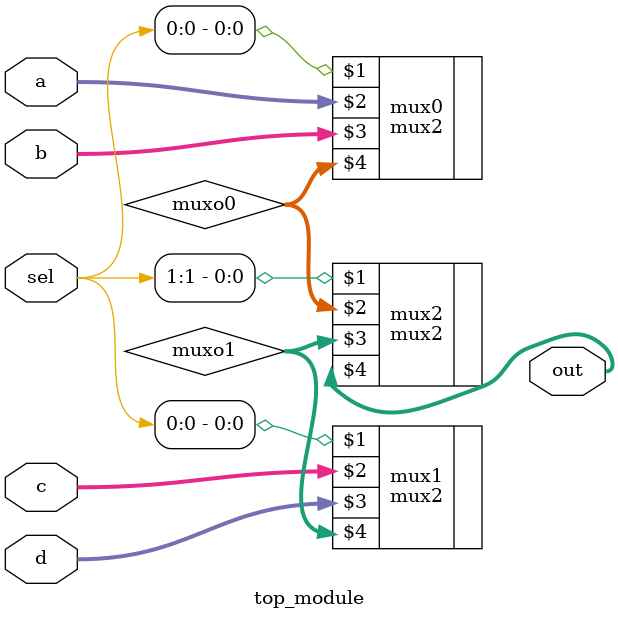
<source format=v>
module top_module (
    input [1:0] sel,
    input [7:0] a,
    input [7:0] b,
    input [7:0] c,
    input [7:0] d,
    output [7:0] out  ); //

    wire [7:0]muxo0, muxo1;
    mux2 mux0 ( sel[0],    a,    b, muxo0 );
    mux2 mux1 ( sel[0],    c,    d, muxo1 );
    mux2 mux2 ( sel[1], muxo0, muxo1,  out );

endmodule

</source>
